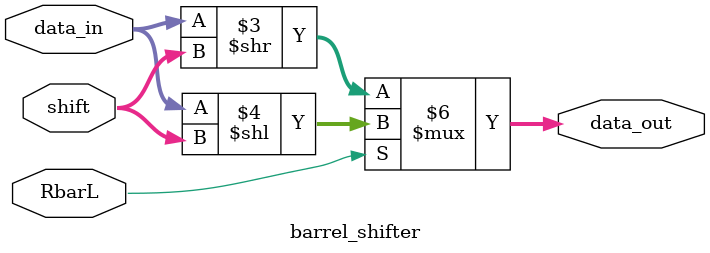
<source format=v>
module barrel_shifter #(
		parameter DATA_WIDTH = 8
	)
	(
		input RbarL,
		input [$clog2(DATA_WIDTH)-1:0] shift,
		input [DATA_WIDTH-1:0] data_in,
		output reg [DATA_WIDTH-1:0] data_out
	);
	always @(*) begin
		if (RbarL==0)
			data_out = data_in>>shift;
		else
			data_out = data_in<<shift;
	end
endmodule

</source>
